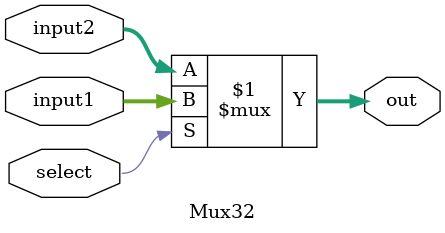
<source format=v>
`timescale 1ns / 1ps


module Mux32(
    input select,
    input [31 : 0] input1,
    input [31 : 0] input2,
    output [31 : 0] out
    );
    assign out = select ? input1 : input2;
endmodule

</source>
